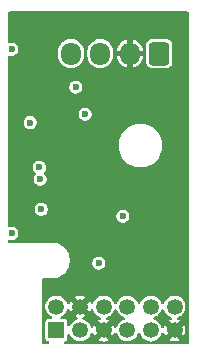
<source format=gbr>
%TF.GenerationSoftware,KiCad,Pcbnew,9.0.6*%
%TF.CreationDate,2025-12-29T21:28:49-05:00*%
%TF.ProjectId,plimsoll,706c696d-736f-46c6-9c2e-6b696361645f,rev?*%
%TF.SameCoordinates,Original*%
%TF.FileFunction,Copper,L3,Inr*%
%TF.FilePolarity,Positive*%
%FSLAX46Y46*%
G04 Gerber Fmt 4.6, Leading zero omitted, Abs format (unit mm)*
G04 Created by KiCad (PCBNEW 9.0.6) date 2025-12-29 21:28:49*
%MOMM*%
%LPD*%
G01*
G04 APERTURE LIST*
G04 Aperture macros list*
%AMRoundRect*
0 Rectangle with rounded corners*
0 $1 Rounding radius*
0 $2 $3 $4 $5 $6 $7 $8 $9 X,Y pos of 4 corners*
0 Add a 4 corners polygon primitive as box body*
4,1,4,$2,$3,$4,$5,$6,$7,$8,$9,$2,$3,0*
0 Add four circle primitives for the rounded corners*
1,1,$1+$1,$2,$3*
1,1,$1+$1,$4,$5*
1,1,$1+$1,$6,$7*
1,1,$1+$1,$8,$9*
0 Add four rect primitives between the rounded corners*
20,1,$1+$1,$2,$3,$4,$5,0*
20,1,$1+$1,$4,$5,$6,$7,0*
20,1,$1+$1,$6,$7,$8,$9,0*
20,1,$1+$1,$8,$9,$2,$3,0*%
G04 Aperture macros list end*
%TA.AperFunction,ComponentPad*%
%ADD10RoundRect,0.250000X0.600000X0.725000X-0.600000X0.725000X-0.600000X-0.725000X0.600000X-0.725000X0*%
%TD*%
%TA.AperFunction,ComponentPad*%
%ADD11O,1.700000X1.950000*%
%TD*%
%TA.AperFunction,ComponentPad*%
%ADD12R,1.350000X1.350000*%
%TD*%
%TA.AperFunction,ComponentPad*%
%ADD13C,1.350000*%
%TD*%
%TA.AperFunction,ViaPad*%
%ADD14C,0.600000*%
%TD*%
G04 APERTURE END LIST*
D10*
%TO.N,+3.3VADC*%
%TO.C,J3*%
X38200000Y-24060000D03*
D11*
%TO.N,GND*%
X35700000Y-24060000D03*
%TO.N,/Signal-*%
X33200000Y-24060000D03*
%TO.N,/Signal+*%
X30700000Y-24060000D03*
%TD*%
D12*
%TO.N,VBUS*%
%TO.C,J1*%
X29480000Y-47480000D03*
D13*
%TO.N,+3V3*%
X29480000Y-45480000D03*
%TO.N,/B6*%
X31480000Y-47480000D03*
%TO.N,GND*%
X31480000Y-45480000D03*
X33480000Y-47480000D03*
%TO.N,/B5*%
X33480000Y-45480000D03*
%TO.N,/D2*%
X35480000Y-47480000D03*
%TO.N,/B4*%
X35480000Y-45480000D03*
%TO.N,/D3*%
X37480000Y-47480000D03*
%TO.N,/B3*%
X37480000Y-45480000D03*
%TO.N,GND*%
X39480000Y-47480000D03*
%TO.N,/C13*%
X39480000Y-45480000D03*
%TD*%
D14*
%TO.N,GND*%
X32850000Y-21500000D03*
X32750000Y-43500000D03*
X35150000Y-35700000D03*
X40200000Y-35050000D03*
X29850000Y-43250000D03*
X30150000Y-38550000D03*
X40100000Y-27650000D03*
X40300000Y-40650000D03*
X40000000Y-21600000D03*
X28250000Y-38500000D03*
X28950000Y-25250000D03*
X26357291Y-28160000D03*
X33400000Y-34000000D03*
X38100000Y-35600000D03*
X30099265Y-34400735D03*
X28900000Y-21450000D03*
%TO.N,VBUS*%
X33050000Y-41800000D03*
%TO.N,+3.3VADC*%
X35115000Y-37840000D03*
%TO.N,+3V3*%
X25700000Y-39292898D03*
X25700000Y-23700000D03*
%TO.N,Net-(U6-INA-)*%
X31100000Y-26900000D03*
%TO.N,Net-(U6-INA+)*%
X31900000Y-29200000D03*
%TO.N,/B4*%
X28100000Y-34700000D03*
%TO.N,Net-(U6-XI)*%
X27250000Y-29900000D03*
X28200000Y-37250000D03*
%TO.N,/B3*%
X28042908Y-33707092D03*
%TD*%
%TA.AperFunction,Conductor*%
%TO.N,GND*%
G36*
X40642539Y-20520185D02*
G01*
X40688294Y-20572989D01*
X40699500Y-20624500D01*
X40699500Y-48525500D01*
X40679815Y-48592539D01*
X40627011Y-48638294D01*
X40575500Y-48649500D01*
X37603477Y-48649500D01*
X37536438Y-48629815D01*
X37490683Y-48577011D01*
X37480739Y-48507853D01*
X37509764Y-48444297D01*
X37568542Y-48406523D01*
X37579285Y-48403883D01*
X37693070Y-48381248D01*
X37749958Y-48369933D01*
X37918389Y-48300167D01*
X37918391Y-48300166D01*
X37993672Y-48249864D01*
X38069972Y-48198883D01*
X38198883Y-48069972D01*
X38289103Y-47934948D01*
X38300166Y-47918391D01*
X38300168Y-47918387D01*
X38365709Y-47760156D01*
X38409550Y-47705752D01*
X38475844Y-47683687D01*
X38543543Y-47700966D01*
X38591154Y-47752103D01*
X38594831Y-47760156D01*
X38660271Y-47918145D01*
X38671498Y-47934947D01*
X39080000Y-47526445D01*
X39080000Y-47532661D01*
X39107259Y-47634394D01*
X39159920Y-47725606D01*
X39234394Y-47800080D01*
X39325606Y-47852741D01*
X39427339Y-47880000D01*
X39433553Y-47880000D01*
X39025050Y-48288500D01*
X39041849Y-48299725D01*
X39041855Y-48299728D01*
X39210182Y-48369451D01*
X39210194Y-48369454D01*
X39371297Y-48401500D01*
X39588703Y-48401500D01*
X39749805Y-48369454D01*
X39749813Y-48369452D01*
X39918151Y-48299724D01*
X39918154Y-48299723D01*
X39934947Y-48288500D01*
X39934948Y-48288500D01*
X39526448Y-47880000D01*
X39532661Y-47880000D01*
X39634394Y-47852741D01*
X39725606Y-47800080D01*
X39800080Y-47725606D01*
X39852741Y-47634394D01*
X39880000Y-47532661D01*
X39880000Y-47526448D01*
X40288500Y-47934948D01*
X40288500Y-47934947D01*
X40299723Y-47918154D01*
X40299724Y-47918151D01*
X40369452Y-47749813D01*
X40369454Y-47749805D01*
X40404999Y-47571109D01*
X40405000Y-47571106D01*
X40405000Y-47388894D01*
X40404999Y-47388890D01*
X40369454Y-47210194D01*
X40369451Y-47210182D01*
X40299728Y-47041855D01*
X40299725Y-47041849D01*
X40288500Y-47025050D01*
X39880000Y-47433551D01*
X39880000Y-47427339D01*
X39852741Y-47325606D01*
X39800080Y-47234394D01*
X39725606Y-47159920D01*
X39634394Y-47107259D01*
X39532661Y-47080000D01*
X39526447Y-47080000D01*
X39934947Y-46671498D01*
X39918145Y-46660271D01*
X39760156Y-46594831D01*
X39705752Y-46550990D01*
X39683687Y-46484696D01*
X39700966Y-46416997D01*
X39752103Y-46369386D01*
X39760156Y-46365709D01*
X39918387Y-46300168D01*
X39918391Y-46300166D01*
X39993672Y-46249864D01*
X40069972Y-46198883D01*
X40198883Y-46069972D01*
X40289103Y-45934948D01*
X40300166Y-45918391D01*
X40300168Y-45918387D01*
X40349172Y-45800080D01*
X40369933Y-45749958D01*
X40405500Y-45571154D01*
X40405500Y-45388846D01*
X40405500Y-45388843D01*
X40369934Y-45210047D01*
X40369933Y-45210046D01*
X40369933Y-45210042D01*
X40365709Y-45199844D01*
X40300168Y-45041612D01*
X40300166Y-45041608D01*
X40198886Y-44890032D01*
X40198880Y-44890024D01*
X40069975Y-44761119D01*
X40069967Y-44761113D01*
X39918391Y-44659833D01*
X39918387Y-44659831D01*
X39749962Y-44590068D01*
X39749952Y-44590065D01*
X39571156Y-44554500D01*
X39571154Y-44554500D01*
X39388846Y-44554500D01*
X39388844Y-44554500D01*
X39210047Y-44590065D01*
X39210037Y-44590068D01*
X39041612Y-44659831D01*
X39041608Y-44659833D01*
X38890032Y-44761113D01*
X38890024Y-44761119D01*
X38761119Y-44890024D01*
X38761113Y-44890032D01*
X38659833Y-45041608D01*
X38594561Y-45199192D01*
X38550720Y-45253595D01*
X38484426Y-45275660D01*
X38416727Y-45258381D01*
X38369116Y-45207244D01*
X38365439Y-45199192D01*
X38300166Y-45041608D01*
X38198886Y-44890032D01*
X38198880Y-44890024D01*
X38069975Y-44761119D01*
X38069967Y-44761113D01*
X37918391Y-44659833D01*
X37918387Y-44659831D01*
X37749962Y-44590068D01*
X37749952Y-44590065D01*
X37571156Y-44554500D01*
X37571154Y-44554500D01*
X37388846Y-44554500D01*
X37388844Y-44554500D01*
X37210047Y-44590065D01*
X37210037Y-44590068D01*
X37041612Y-44659831D01*
X37041608Y-44659833D01*
X36890032Y-44761113D01*
X36890024Y-44761119D01*
X36761119Y-44890024D01*
X36761113Y-44890032D01*
X36659833Y-45041608D01*
X36594561Y-45199192D01*
X36550720Y-45253595D01*
X36484426Y-45275660D01*
X36416727Y-45258381D01*
X36369116Y-45207244D01*
X36365439Y-45199192D01*
X36300166Y-45041608D01*
X36198886Y-44890032D01*
X36198880Y-44890024D01*
X36069975Y-44761119D01*
X36069967Y-44761113D01*
X35918391Y-44659833D01*
X35918387Y-44659831D01*
X35749962Y-44590068D01*
X35749952Y-44590065D01*
X35571156Y-44554500D01*
X35571154Y-44554500D01*
X35388846Y-44554500D01*
X35388844Y-44554500D01*
X35210047Y-44590065D01*
X35210037Y-44590068D01*
X35041612Y-44659831D01*
X35041608Y-44659833D01*
X34890032Y-44761113D01*
X34890024Y-44761119D01*
X34761119Y-44890024D01*
X34761113Y-44890032D01*
X34659833Y-45041608D01*
X34594561Y-45199192D01*
X34550720Y-45253595D01*
X34484426Y-45275660D01*
X34416727Y-45258381D01*
X34369116Y-45207244D01*
X34365439Y-45199192D01*
X34300166Y-45041608D01*
X34198886Y-44890032D01*
X34198880Y-44890024D01*
X34069975Y-44761119D01*
X34069967Y-44761113D01*
X33918391Y-44659833D01*
X33918387Y-44659831D01*
X33749962Y-44590068D01*
X33749952Y-44590065D01*
X33571156Y-44554500D01*
X33571154Y-44554500D01*
X33388846Y-44554500D01*
X33388844Y-44554500D01*
X33210047Y-44590065D01*
X33210037Y-44590068D01*
X33041612Y-44659831D01*
X33041608Y-44659833D01*
X32890032Y-44761113D01*
X32890024Y-44761119D01*
X32761119Y-44890024D01*
X32761113Y-44890032D01*
X32659833Y-45041608D01*
X32659833Y-45041609D01*
X32594290Y-45199844D01*
X32550449Y-45254247D01*
X32484154Y-45276312D01*
X32416455Y-45259033D01*
X32368845Y-45207895D01*
X32365168Y-45199843D01*
X32299728Y-45041855D01*
X32299725Y-45041849D01*
X32288500Y-45025050D01*
X31880000Y-45433551D01*
X31880000Y-45427339D01*
X31852741Y-45325606D01*
X31800080Y-45234394D01*
X31725606Y-45159920D01*
X31634394Y-45107259D01*
X31532661Y-45080000D01*
X31526447Y-45080000D01*
X31934947Y-44671498D01*
X31918145Y-44660271D01*
X31749817Y-44590548D01*
X31749805Y-44590545D01*
X31571109Y-44555000D01*
X31388890Y-44555000D01*
X31210194Y-44590545D01*
X31210186Y-44590547D01*
X31041848Y-44660274D01*
X31025050Y-44671498D01*
X31433554Y-45080000D01*
X31427339Y-45080000D01*
X31325606Y-45107259D01*
X31234394Y-45159920D01*
X31159920Y-45234394D01*
X31107259Y-45325606D01*
X31080000Y-45427339D01*
X31080000Y-45433552D01*
X30671498Y-45025050D01*
X30660274Y-45041849D01*
X30594831Y-45199844D01*
X30550990Y-45254247D01*
X30484696Y-45276312D01*
X30416996Y-45259033D01*
X30369386Y-45207895D01*
X30365709Y-45199843D01*
X30300168Y-45041612D01*
X30300166Y-45041608D01*
X30198886Y-44890032D01*
X30198880Y-44890024D01*
X30069975Y-44761119D01*
X30069967Y-44761113D01*
X29918391Y-44659833D01*
X29918387Y-44659831D01*
X29749962Y-44590068D01*
X29749952Y-44590065D01*
X29571156Y-44554500D01*
X29571154Y-44554500D01*
X29388846Y-44554500D01*
X29388844Y-44554500D01*
X29210047Y-44590065D01*
X29210037Y-44590068D01*
X29041612Y-44659831D01*
X29041608Y-44659833D01*
X28890032Y-44761113D01*
X28890024Y-44761119D01*
X28761119Y-44890024D01*
X28761113Y-44890032D01*
X28659833Y-45041608D01*
X28659831Y-45041612D01*
X28590068Y-45210037D01*
X28590065Y-45210047D01*
X28554500Y-45388843D01*
X28554500Y-45388846D01*
X28554500Y-45571154D01*
X28554500Y-45571156D01*
X28554499Y-45571156D01*
X28590065Y-45749952D01*
X28590068Y-45749962D01*
X28659831Y-45918387D01*
X28659833Y-45918391D01*
X28761113Y-46069967D01*
X28761119Y-46069975D01*
X28890024Y-46198880D01*
X28890032Y-46198886D01*
X29041608Y-46300166D01*
X29041612Y-46300168D01*
X29079687Y-46315939D01*
X29134091Y-46359780D01*
X29156156Y-46426074D01*
X29138877Y-46493773D01*
X29087740Y-46541384D01*
X29032235Y-46554500D01*
X28780323Y-46554500D01*
X28707264Y-46569032D01*
X28707260Y-46569033D01*
X28624399Y-46624399D01*
X28569033Y-46707260D01*
X28569032Y-46707264D01*
X28554500Y-46780321D01*
X28554500Y-48179678D01*
X28569032Y-48252735D01*
X28569033Y-48252739D01*
X28569034Y-48252740D01*
X28624399Y-48335601D01*
X28675783Y-48369934D01*
X28707260Y-48390966D01*
X28707263Y-48390967D01*
X28772194Y-48403883D01*
X28834105Y-48436268D01*
X28868679Y-48496984D01*
X28864939Y-48566753D01*
X28824072Y-48623425D01*
X28759054Y-48649007D01*
X28748002Y-48649500D01*
X28394500Y-48649500D01*
X28327461Y-48629815D01*
X28281706Y-48577011D01*
X28270500Y-48525500D01*
X28270500Y-43184428D01*
X28290185Y-43117389D01*
X28342989Y-43071634D01*
X28394481Y-43060428D01*
X29146692Y-43060344D01*
X29255062Y-43060405D01*
X29255062Y-43060404D01*
X29255064Y-43060405D01*
X29353777Y-43044826D01*
X29485237Y-43024081D01*
X29706895Y-42952197D01*
X29914580Y-42846524D01*
X30103176Y-42709662D01*
X30268041Y-42544982D01*
X30405114Y-42356539D01*
X30511020Y-42148973D01*
X30583153Y-41927395D01*
X30614924Y-41727525D01*
X32499500Y-41727525D01*
X32499500Y-41872475D01*
X32537016Y-42012485D01*
X32537017Y-42012488D01*
X32609488Y-42138011D01*
X32609490Y-42138013D01*
X32609491Y-42138015D01*
X32711985Y-42240509D01*
X32711986Y-42240510D01*
X32711988Y-42240511D01*
X32837511Y-42312982D01*
X32837512Y-42312982D01*
X32837515Y-42312984D01*
X32977525Y-42350500D01*
X32977528Y-42350500D01*
X33122472Y-42350500D01*
X33122475Y-42350500D01*
X33262485Y-42312984D01*
X33388015Y-42240509D01*
X33490509Y-42138015D01*
X33562984Y-42012485D01*
X33600500Y-41872475D01*
X33600500Y-41727525D01*
X33562984Y-41587515D01*
X33558754Y-41580189D01*
X33490511Y-41461988D01*
X33490506Y-41461982D01*
X33388017Y-41359493D01*
X33388011Y-41359488D01*
X33262488Y-41287017D01*
X33262489Y-41287017D01*
X33251006Y-41283940D01*
X33122475Y-41249500D01*
X32977525Y-41249500D01*
X32848993Y-41283940D01*
X32837511Y-41287017D01*
X32711988Y-41359488D01*
X32711982Y-41359493D01*
X32609493Y-41461982D01*
X32609488Y-41461988D01*
X32537017Y-41587511D01*
X32537016Y-41587515D01*
X32499500Y-41727525D01*
X30614924Y-41727525D01*
X30619735Y-41697262D01*
X30619865Y-41464239D01*
X30619509Y-41461985D01*
X30583543Y-41234070D01*
X30583542Y-41234069D01*
X30583542Y-41234064D01*
X30511658Y-41012405D01*
X30511656Y-41012402D01*
X30511656Y-41012400D01*
X30511656Y-41012399D01*
X30441208Y-40873949D01*
X30405984Y-40804721D01*
X30269122Y-40616125D01*
X30104442Y-40451260D01*
X30104438Y-40451257D01*
X29915998Y-40314185D01*
X29708438Y-40208282D01*
X29708437Y-40208281D01*
X29708434Y-40208280D01*
X29708425Y-40208277D01*
X29486861Y-40136147D01*
X29359003Y-40115823D01*
X29256722Y-40099565D01*
X29256568Y-40099564D01*
X29214094Y-40099540D01*
X29214094Y-40099539D01*
X29205953Y-40099534D01*
X29205822Y-40099500D01*
X29140214Y-40099500D01*
X29140211Y-40099500D01*
X29066557Y-40099458D01*
X29065920Y-40099500D01*
X25524500Y-40099500D01*
X25457461Y-40079815D01*
X25411706Y-40027011D01*
X25400500Y-39975500D01*
X25400500Y-39944166D01*
X25420185Y-39877127D01*
X25472989Y-39831372D01*
X25542147Y-39821428D01*
X25556580Y-39824388D01*
X25627525Y-39843398D01*
X25627528Y-39843398D01*
X25772472Y-39843398D01*
X25772475Y-39843398D01*
X25912485Y-39805882D01*
X26038015Y-39733407D01*
X26140509Y-39630913D01*
X26212984Y-39505383D01*
X26250500Y-39365373D01*
X26250500Y-39220423D01*
X26212984Y-39080413D01*
X26140509Y-38954883D01*
X26038015Y-38852389D01*
X26038013Y-38852388D01*
X26038011Y-38852386D01*
X25912488Y-38779915D01*
X25912489Y-38779915D01*
X25901006Y-38776838D01*
X25772475Y-38742398D01*
X25627525Y-38742398D01*
X25556593Y-38761404D01*
X25486743Y-38759741D01*
X25428881Y-38720578D01*
X25401377Y-38656349D01*
X25400500Y-38641629D01*
X25400500Y-37177525D01*
X27649500Y-37177525D01*
X27649500Y-37322475D01*
X27687016Y-37462485D01*
X27687017Y-37462488D01*
X27759488Y-37588011D01*
X27759490Y-37588013D01*
X27759491Y-37588015D01*
X27861985Y-37690509D01*
X27861986Y-37690510D01*
X27861988Y-37690511D01*
X27987511Y-37762982D01*
X27987512Y-37762982D01*
X27987515Y-37762984D01*
X28127525Y-37800500D01*
X28127528Y-37800500D01*
X28272472Y-37800500D01*
X28272475Y-37800500D01*
X28395538Y-37767525D01*
X34564500Y-37767525D01*
X34564500Y-37912475D01*
X34602016Y-38052485D01*
X34602017Y-38052488D01*
X34674488Y-38178011D01*
X34674490Y-38178013D01*
X34674491Y-38178015D01*
X34776985Y-38280509D01*
X34776986Y-38280510D01*
X34776988Y-38280511D01*
X34902511Y-38352982D01*
X34902512Y-38352982D01*
X34902515Y-38352984D01*
X35042525Y-38390500D01*
X35042528Y-38390500D01*
X35187472Y-38390500D01*
X35187475Y-38390500D01*
X35327485Y-38352984D01*
X35453015Y-38280509D01*
X35555509Y-38178015D01*
X35627984Y-38052485D01*
X35665500Y-37912475D01*
X35665500Y-37767525D01*
X35627984Y-37627515D01*
X35605176Y-37588011D01*
X35555511Y-37501988D01*
X35555506Y-37501982D01*
X35453017Y-37399493D01*
X35453011Y-37399488D01*
X35327488Y-37327017D01*
X35327489Y-37327017D01*
X35310527Y-37322472D01*
X35187475Y-37289500D01*
X35042525Y-37289500D01*
X34919473Y-37322472D01*
X34902511Y-37327017D01*
X34776988Y-37399488D01*
X34776982Y-37399493D01*
X34674493Y-37501982D01*
X34674488Y-37501988D01*
X34602017Y-37627511D01*
X34602016Y-37627515D01*
X34564500Y-37767525D01*
X28395538Y-37767525D01*
X28412485Y-37762984D01*
X28538015Y-37690509D01*
X28640509Y-37588015D01*
X28712984Y-37462485D01*
X28750500Y-37322475D01*
X28750500Y-37177525D01*
X28712984Y-37037515D01*
X28640509Y-36911985D01*
X28538015Y-36809491D01*
X28538013Y-36809490D01*
X28538011Y-36809488D01*
X28412488Y-36737017D01*
X28412489Y-36737017D01*
X28401006Y-36733940D01*
X28272475Y-36699500D01*
X28127525Y-36699500D01*
X27998993Y-36733940D01*
X27987511Y-36737017D01*
X27861988Y-36809488D01*
X27861982Y-36809493D01*
X27759493Y-36911982D01*
X27759488Y-36911988D01*
X27687017Y-37037511D01*
X27687016Y-37037515D01*
X27649500Y-37177525D01*
X25400500Y-37177525D01*
X25400500Y-33634617D01*
X27492408Y-33634617D01*
X27492408Y-33779567D01*
X27529924Y-33919577D01*
X27529925Y-33919580D01*
X27602396Y-34045103D01*
X27602401Y-34045109D01*
X27701703Y-34144411D01*
X27735188Y-34205734D01*
X27730204Y-34275426D01*
X27701703Y-34319773D01*
X27659493Y-34361982D01*
X27659488Y-34361988D01*
X27587017Y-34487511D01*
X27587016Y-34487515D01*
X27549500Y-34627525D01*
X27549500Y-34772475D01*
X27587016Y-34912485D01*
X27587017Y-34912488D01*
X27659488Y-35038011D01*
X27659490Y-35038013D01*
X27659491Y-35038015D01*
X27761985Y-35140509D01*
X27761986Y-35140510D01*
X27761988Y-35140511D01*
X27887511Y-35212982D01*
X27887512Y-35212982D01*
X27887515Y-35212984D01*
X28027525Y-35250500D01*
X28027528Y-35250500D01*
X28172472Y-35250500D01*
X28172475Y-35250500D01*
X28312485Y-35212984D01*
X28438015Y-35140509D01*
X28540509Y-35038015D01*
X28612984Y-34912485D01*
X28650500Y-34772475D01*
X28650500Y-34627525D01*
X28612984Y-34487515D01*
X28540509Y-34361985D01*
X28441205Y-34262681D01*
X28407720Y-34201358D01*
X28412704Y-34131666D01*
X28441205Y-34087319D01*
X28483417Y-34045107D01*
X28555892Y-33919577D01*
X28593408Y-33779567D01*
X28593408Y-33634617D01*
X28555892Y-33494607D01*
X28490671Y-33381642D01*
X28483419Y-33369080D01*
X28483414Y-33369074D01*
X28380925Y-33266585D01*
X28380919Y-33266580D01*
X28255396Y-33194109D01*
X28255397Y-33194109D01*
X28243914Y-33191032D01*
X28115383Y-33156592D01*
X27970433Y-33156592D01*
X27841901Y-33191032D01*
X27830419Y-33194109D01*
X27704896Y-33266580D01*
X27704890Y-33266585D01*
X27602401Y-33369074D01*
X27602396Y-33369080D01*
X27529925Y-33494603D01*
X27529924Y-33494607D01*
X27492408Y-33634617D01*
X25400500Y-33634617D01*
X25400500Y-31718417D01*
X34749500Y-31718417D01*
X34749500Y-31960994D01*
X34781161Y-32201491D01*
X34843947Y-32435810D01*
X34936773Y-32659911D01*
X34936776Y-32659918D01*
X35058064Y-32869995D01*
X35058066Y-32869998D01*
X35058067Y-32869999D01*
X35205733Y-33062442D01*
X35205739Y-33062449D01*
X35377256Y-33233966D01*
X35377262Y-33233971D01*
X35569711Y-33381642D01*
X35779788Y-33502930D01*
X36003900Y-33595760D01*
X36238211Y-33658544D01*
X36418586Y-33682290D01*
X36478711Y-33690206D01*
X36478712Y-33690206D01*
X36721289Y-33690206D01*
X36769388Y-33683873D01*
X36961789Y-33658544D01*
X37196100Y-33595760D01*
X37420212Y-33502930D01*
X37630289Y-33381642D01*
X37822738Y-33233971D01*
X37994265Y-33062444D01*
X38141936Y-32869995D01*
X38263224Y-32659918D01*
X38356054Y-32435806D01*
X38418838Y-32201495D01*
X38450500Y-31960994D01*
X38450500Y-31718418D01*
X38418838Y-31477917D01*
X38356054Y-31243606D01*
X38263224Y-31019494D01*
X38141936Y-30809417D01*
X37994265Y-30616968D01*
X37994260Y-30616962D01*
X37822743Y-30445445D01*
X37822736Y-30445439D01*
X37630293Y-30297773D01*
X37630292Y-30297772D01*
X37630289Y-30297770D01*
X37420212Y-30176482D01*
X37420205Y-30176479D01*
X37196104Y-30083653D01*
X36961785Y-30020867D01*
X36721289Y-29989206D01*
X36721288Y-29989206D01*
X36478712Y-29989206D01*
X36478711Y-29989206D01*
X36238214Y-30020867D01*
X36003895Y-30083653D01*
X35779794Y-30176479D01*
X35779785Y-30176483D01*
X35569706Y-30297773D01*
X35377263Y-30445439D01*
X35377256Y-30445445D01*
X35205739Y-30616962D01*
X35205733Y-30616969D01*
X35058067Y-30809412D01*
X34936777Y-31019491D01*
X34936773Y-31019500D01*
X34843947Y-31243601D01*
X34781161Y-31477920D01*
X34749500Y-31718417D01*
X25400500Y-31718417D01*
X25400500Y-29827525D01*
X26699500Y-29827525D01*
X26699500Y-29972475D01*
X26737016Y-30112485D01*
X26737017Y-30112488D01*
X26809488Y-30238011D01*
X26809490Y-30238013D01*
X26809491Y-30238015D01*
X26911985Y-30340509D01*
X26911986Y-30340510D01*
X26911988Y-30340511D01*
X27037511Y-30412982D01*
X27037512Y-30412982D01*
X27037515Y-30412984D01*
X27177525Y-30450500D01*
X27177528Y-30450500D01*
X27322472Y-30450500D01*
X27322475Y-30450500D01*
X27462485Y-30412984D01*
X27588015Y-30340509D01*
X27690509Y-30238015D01*
X27762984Y-30112485D01*
X27800500Y-29972475D01*
X27800500Y-29827525D01*
X27762984Y-29687515D01*
X27735843Y-29640506D01*
X27690511Y-29561988D01*
X27690506Y-29561982D01*
X27588017Y-29459493D01*
X27588011Y-29459488D01*
X27462488Y-29387017D01*
X27462489Y-29387017D01*
X27451006Y-29383940D01*
X27322475Y-29349500D01*
X27177525Y-29349500D01*
X27048993Y-29383940D01*
X27037511Y-29387017D01*
X26911988Y-29459488D01*
X26911982Y-29459493D01*
X26809493Y-29561982D01*
X26809488Y-29561988D01*
X26737017Y-29687511D01*
X26737016Y-29687515D01*
X26699500Y-29827525D01*
X25400500Y-29827525D01*
X25400500Y-29127525D01*
X31349500Y-29127525D01*
X31349500Y-29272475D01*
X31370139Y-29349500D01*
X31387017Y-29412488D01*
X31459488Y-29538011D01*
X31459490Y-29538013D01*
X31459491Y-29538015D01*
X31561985Y-29640509D01*
X31561986Y-29640510D01*
X31561988Y-29640511D01*
X31687511Y-29712982D01*
X31687512Y-29712982D01*
X31687515Y-29712984D01*
X31827525Y-29750500D01*
X31827528Y-29750500D01*
X31972472Y-29750500D01*
X31972475Y-29750500D01*
X32112485Y-29712984D01*
X32238015Y-29640509D01*
X32340509Y-29538015D01*
X32412984Y-29412485D01*
X32450500Y-29272475D01*
X32450500Y-29127525D01*
X32412984Y-28987515D01*
X32340509Y-28861985D01*
X32238015Y-28759491D01*
X32238013Y-28759490D01*
X32238011Y-28759488D01*
X32112488Y-28687017D01*
X32112489Y-28687017D01*
X32101006Y-28683940D01*
X31972475Y-28649500D01*
X31827525Y-28649500D01*
X31698993Y-28683940D01*
X31687511Y-28687017D01*
X31561988Y-28759488D01*
X31561982Y-28759493D01*
X31459493Y-28861982D01*
X31459488Y-28861988D01*
X31387017Y-28987511D01*
X31387016Y-28987515D01*
X31349500Y-29127525D01*
X25400500Y-29127525D01*
X25400500Y-26827525D01*
X30549500Y-26827525D01*
X30549500Y-26972475D01*
X30587016Y-27112485D01*
X30587017Y-27112488D01*
X30659488Y-27238011D01*
X30659490Y-27238013D01*
X30659491Y-27238015D01*
X30761985Y-27340509D01*
X30761986Y-27340510D01*
X30761988Y-27340511D01*
X30887511Y-27412982D01*
X30887512Y-27412982D01*
X30887515Y-27412984D01*
X31027525Y-27450500D01*
X31027528Y-27450500D01*
X31172472Y-27450500D01*
X31172475Y-27450500D01*
X31312485Y-27412984D01*
X31438015Y-27340509D01*
X31540509Y-27238015D01*
X31612984Y-27112485D01*
X31650500Y-26972475D01*
X31650500Y-26827525D01*
X31612984Y-26687515D01*
X31540509Y-26561985D01*
X31438015Y-26459491D01*
X31438013Y-26459490D01*
X31438011Y-26459488D01*
X31312488Y-26387017D01*
X31312489Y-26387017D01*
X31301006Y-26383940D01*
X31172475Y-26349500D01*
X31027525Y-26349500D01*
X30898993Y-26383940D01*
X30887511Y-26387017D01*
X30761988Y-26459488D01*
X30761982Y-26459493D01*
X30659493Y-26561982D01*
X30659488Y-26561988D01*
X30587017Y-26687511D01*
X30587016Y-26687515D01*
X30549500Y-26827525D01*
X25400500Y-26827525D01*
X25400500Y-24351268D01*
X25420185Y-24284229D01*
X25472989Y-24238474D01*
X25542147Y-24228530D01*
X25556580Y-24231490D01*
X25627525Y-24250500D01*
X25627528Y-24250500D01*
X25772472Y-24250500D01*
X25772475Y-24250500D01*
X25912485Y-24212984D01*
X26038015Y-24140509D01*
X26140509Y-24038015D01*
X26212984Y-23912485D01*
X26230159Y-23848389D01*
X29599500Y-23848389D01*
X29599500Y-24271611D01*
X29605580Y-24310000D01*
X29626579Y-24442585D01*
X29626598Y-24442701D01*
X29680127Y-24607445D01*
X29758768Y-24761788D01*
X29860586Y-24901928D01*
X29983072Y-25024414D01*
X30123212Y-25126232D01*
X30277555Y-25204873D01*
X30442299Y-25258402D01*
X30613389Y-25285500D01*
X30613390Y-25285500D01*
X30786610Y-25285500D01*
X30786611Y-25285500D01*
X30957701Y-25258402D01*
X31122445Y-25204873D01*
X31276788Y-25126232D01*
X31416928Y-25024414D01*
X31539414Y-24901928D01*
X31641232Y-24761788D01*
X31719873Y-24607445D01*
X31773402Y-24442701D01*
X31800500Y-24271611D01*
X31800500Y-23848389D01*
X32099500Y-23848389D01*
X32099500Y-24271611D01*
X32105580Y-24310000D01*
X32126579Y-24442585D01*
X32126598Y-24442701D01*
X32180127Y-24607445D01*
X32258768Y-24761788D01*
X32360586Y-24901928D01*
X32483072Y-25024414D01*
X32623212Y-25126232D01*
X32777555Y-25204873D01*
X32942299Y-25258402D01*
X33113389Y-25285500D01*
X33113390Y-25285500D01*
X33286610Y-25285500D01*
X33286611Y-25285500D01*
X33457701Y-25258402D01*
X33622445Y-25204873D01*
X33776788Y-25126232D01*
X33916928Y-25024414D01*
X34039414Y-24901928D01*
X34141232Y-24761788D01*
X34219873Y-24607445D01*
X34273402Y-24442701D01*
X34300500Y-24271611D01*
X34300500Y-23848389D01*
X34294420Y-23810000D01*
X34606086Y-23810000D01*
X35295854Y-23810000D01*
X35257370Y-23876657D01*
X35225000Y-23997465D01*
X35225000Y-24122535D01*
X35257370Y-24243343D01*
X35295854Y-24310000D01*
X34606086Y-24310000D01*
X34627086Y-24442585D01*
X34680591Y-24607257D01*
X34759195Y-24761524D01*
X34860967Y-24901602D01*
X34983397Y-25024032D01*
X35123475Y-25125804D01*
X35277744Y-25204408D01*
X35442415Y-25257914D01*
X35442414Y-25257914D01*
X35449999Y-25259115D01*
X35450000Y-25259114D01*
X35450000Y-24464145D01*
X35516657Y-24502630D01*
X35637465Y-24535000D01*
X35762535Y-24535000D01*
X35883343Y-24502630D01*
X35950000Y-24464145D01*
X35950000Y-25259115D01*
X35957584Y-25257914D01*
X36122255Y-25204408D01*
X36276524Y-25125804D01*
X36416602Y-25024032D01*
X36539032Y-24901602D01*
X36640804Y-24761524D01*
X36719408Y-24607257D01*
X36772913Y-24442585D01*
X36793914Y-24310000D01*
X36104146Y-24310000D01*
X36142630Y-24243343D01*
X36175000Y-24122535D01*
X36175000Y-23997465D01*
X36142630Y-23876657D01*
X36104146Y-23810000D01*
X36793914Y-23810000D01*
X36772913Y-23677414D01*
X36719408Y-23512742D01*
X36640802Y-23358471D01*
X36639505Y-23356686D01*
X36639504Y-23356685D01*
X36588973Y-23287135D01*
X37099500Y-23287135D01*
X37099500Y-24832870D01*
X37099501Y-24832876D01*
X37105908Y-24892483D01*
X37156202Y-25027328D01*
X37156206Y-25027335D01*
X37242452Y-25142544D01*
X37242455Y-25142547D01*
X37357664Y-25228793D01*
X37357671Y-25228797D01*
X37492517Y-25279091D01*
X37492516Y-25279091D01*
X37499444Y-25279835D01*
X37552127Y-25285500D01*
X38847872Y-25285499D01*
X38907483Y-25279091D01*
X39042331Y-25228796D01*
X39157546Y-25142546D01*
X39243796Y-25027331D01*
X39294091Y-24892483D01*
X39300500Y-24832873D01*
X39300499Y-23287128D01*
X39294091Y-23227517D01*
X39290690Y-23218399D01*
X39243797Y-23092671D01*
X39243793Y-23092664D01*
X39157547Y-22977455D01*
X39157544Y-22977452D01*
X39042335Y-22891206D01*
X39042328Y-22891202D01*
X38907482Y-22840908D01*
X38907483Y-22840908D01*
X38847883Y-22834501D01*
X38847881Y-22834500D01*
X38847873Y-22834500D01*
X38847864Y-22834500D01*
X37552129Y-22834500D01*
X37552123Y-22834501D01*
X37492516Y-22840908D01*
X37357671Y-22891202D01*
X37357664Y-22891206D01*
X37242455Y-22977452D01*
X37242452Y-22977455D01*
X37156206Y-23092664D01*
X37156202Y-23092671D01*
X37105908Y-23227517D01*
X37102471Y-23259491D01*
X37099501Y-23287123D01*
X37099500Y-23287135D01*
X36588973Y-23287135D01*
X36539038Y-23218404D01*
X36539034Y-23218399D01*
X36416602Y-23095967D01*
X36276524Y-22994195D01*
X36122257Y-22915591D01*
X35957589Y-22862087D01*
X35957581Y-22862085D01*
X35950000Y-22860884D01*
X35950000Y-23655854D01*
X35883343Y-23617370D01*
X35762535Y-23585000D01*
X35637465Y-23585000D01*
X35516657Y-23617370D01*
X35450000Y-23655854D01*
X35450000Y-22860884D01*
X35449999Y-22860884D01*
X35442418Y-22862085D01*
X35442410Y-22862087D01*
X35277742Y-22915591D01*
X35123475Y-22994195D01*
X34983397Y-23095967D01*
X34860967Y-23218397D01*
X34759195Y-23358475D01*
X34680591Y-23512742D01*
X34627086Y-23677414D01*
X34606086Y-23810000D01*
X34294420Y-23810000D01*
X34273402Y-23677299D01*
X34219873Y-23512555D01*
X34141232Y-23358212D01*
X34039414Y-23218072D01*
X33916928Y-23095586D01*
X33776788Y-22993768D01*
X33622445Y-22915127D01*
X33457701Y-22861598D01*
X33457699Y-22861597D01*
X33457698Y-22861597D01*
X33326271Y-22840781D01*
X33286611Y-22834500D01*
X33113389Y-22834500D01*
X33073728Y-22840781D01*
X32942302Y-22861597D01*
X32777552Y-22915128D01*
X32623211Y-22993768D01*
X32547562Y-23048731D01*
X32483072Y-23095586D01*
X32483070Y-23095588D01*
X32483069Y-23095588D01*
X32360588Y-23218069D01*
X32360588Y-23218070D01*
X32360586Y-23218072D01*
X32330493Y-23259491D01*
X32258768Y-23358211D01*
X32180128Y-23512552D01*
X32126597Y-23677302D01*
X32105580Y-23810000D01*
X32099500Y-23848389D01*
X31800500Y-23848389D01*
X31773402Y-23677299D01*
X31719873Y-23512555D01*
X31641232Y-23358212D01*
X31539414Y-23218072D01*
X31416928Y-23095586D01*
X31276788Y-22993768D01*
X31122445Y-22915127D01*
X30957701Y-22861598D01*
X30957699Y-22861597D01*
X30957698Y-22861597D01*
X30826271Y-22840781D01*
X30786611Y-22834500D01*
X30613389Y-22834500D01*
X30573728Y-22840781D01*
X30442302Y-22861597D01*
X30277552Y-22915128D01*
X30123211Y-22993768D01*
X30047562Y-23048731D01*
X29983072Y-23095586D01*
X29983070Y-23095588D01*
X29983069Y-23095588D01*
X29860588Y-23218069D01*
X29860588Y-23218070D01*
X29860586Y-23218072D01*
X29830493Y-23259491D01*
X29758768Y-23358211D01*
X29680128Y-23512552D01*
X29626597Y-23677302D01*
X29605580Y-23810000D01*
X29599500Y-23848389D01*
X26230159Y-23848389D01*
X26250500Y-23772475D01*
X26250500Y-23627525D01*
X26212984Y-23487515D01*
X26140509Y-23361985D01*
X26038015Y-23259491D01*
X26038013Y-23259490D01*
X26038011Y-23259488D01*
X25912488Y-23187017D01*
X25912489Y-23187017D01*
X25901006Y-23183940D01*
X25772475Y-23149500D01*
X25627525Y-23149500D01*
X25556593Y-23168506D01*
X25486743Y-23166843D01*
X25428881Y-23127680D01*
X25401377Y-23063451D01*
X25400500Y-23048731D01*
X25400500Y-20624500D01*
X25420185Y-20557461D01*
X25472989Y-20511706D01*
X25524500Y-20500500D01*
X40575500Y-20500500D01*
X40642539Y-20520185D01*
G37*
%TD.AperFunction*%
%TA.AperFunction,Conductor*%
G36*
X33080000Y-47532661D02*
G01*
X33107259Y-47634394D01*
X33159920Y-47725606D01*
X33234394Y-47800080D01*
X33325606Y-47852741D01*
X33427339Y-47880000D01*
X33433553Y-47880000D01*
X33025050Y-48288500D01*
X33041849Y-48299725D01*
X33041855Y-48299728D01*
X33210182Y-48369451D01*
X33210194Y-48369454D01*
X33383277Y-48403883D01*
X33445188Y-48436268D01*
X33479762Y-48496983D01*
X33479312Y-48505363D01*
X33507201Y-48444297D01*
X33565979Y-48406523D01*
X33576723Y-48403883D01*
X33749805Y-48369454D01*
X33749813Y-48369452D01*
X33918151Y-48299724D01*
X33918154Y-48299723D01*
X33934947Y-48288500D01*
X33934948Y-48288500D01*
X33526448Y-47880000D01*
X33532661Y-47880000D01*
X33634394Y-47852741D01*
X33725606Y-47800080D01*
X33800080Y-47725606D01*
X33852741Y-47634394D01*
X33880000Y-47532661D01*
X33880000Y-47526448D01*
X34288500Y-47934948D01*
X34288500Y-47934947D01*
X34299723Y-47918154D01*
X34299726Y-47918148D01*
X34365168Y-47760156D01*
X34409008Y-47705752D01*
X34475302Y-47683687D01*
X34543002Y-47700966D01*
X34590613Y-47752103D01*
X34594290Y-47760155D01*
X34659833Y-47918390D01*
X34659833Y-47918391D01*
X34761113Y-48069967D01*
X34761119Y-48069975D01*
X34890024Y-48198880D01*
X34890032Y-48198886D01*
X35041608Y-48300166D01*
X35041612Y-48300168D01*
X35210037Y-48369931D01*
X35210042Y-48369933D01*
X35210046Y-48369933D01*
X35210047Y-48369934D01*
X35368735Y-48401500D01*
X35368737Y-48401500D01*
X35388846Y-48405500D01*
X35571154Y-48405500D01*
X35591263Y-48401500D01*
X35591265Y-48401500D01*
X35698417Y-48380185D01*
X35749958Y-48369933D01*
X35918389Y-48300167D01*
X35918391Y-48300166D01*
X35993672Y-48249864D01*
X36069972Y-48198883D01*
X36198883Y-48069972D01*
X36289103Y-47934948D01*
X36300166Y-47918391D01*
X36300168Y-47918387D01*
X36365439Y-47760808D01*
X36409280Y-47706404D01*
X36475574Y-47684339D01*
X36543273Y-47701618D01*
X36590884Y-47752755D01*
X36594561Y-47760808D01*
X36659831Y-47918387D01*
X36659833Y-47918391D01*
X36761113Y-48069967D01*
X36761119Y-48069975D01*
X36890024Y-48198880D01*
X36890032Y-48198886D01*
X37041608Y-48300166D01*
X37041612Y-48300168D01*
X37210037Y-48369931D01*
X37210042Y-48369933D01*
X37210046Y-48369933D01*
X37210047Y-48369934D01*
X37380715Y-48403883D01*
X37442626Y-48436268D01*
X37477200Y-48496984D01*
X37473460Y-48566753D01*
X37432593Y-48623425D01*
X37367575Y-48649007D01*
X37356523Y-48649500D01*
X33600914Y-48649500D01*
X33533875Y-48629815D01*
X33488120Y-48577011D01*
X33478907Y-48512937D01*
X33476023Y-48566753D01*
X33435157Y-48623425D01*
X33370138Y-48649006D01*
X33359086Y-48649500D01*
X30211998Y-48649500D01*
X30144959Y-48629815D01*
X30099204Y-48577011D01*
X30089260Y-48507853D01*
X30118285Y-48444297D01*
X30177063Y-48406523D01*
X30187806Y-48403883D01*
X30252736Y-48390967D01*
X30252737Y-48390966D01*
X30252740Y-48390966D01*
X30335601Y-48335601D01*
X30390966Y-48252740D01*
X30405500Y-48179674D01*
X30405500Y-47927765D01*
X30425185Y-47860726D01*
X30477989Y-47814971D01*
X30547147Y-47805027D01*
X30610703Y-47834052D01*
X30644061Y-47880313D01*
X30659831Y-47918387D01*
X30659833Y-47918391D01*
X30761113Y-48069967D01*
X30761119Y-48069975D01*
X30890024Y-48198880D01*
X30890032Y-48198886D01*
X31041608Y-48300166D01*
X31041612Y-48300168D01*
X31210037Y-48369931D01*
X31210042Y-48369933D01*
X31210046Y-48369933D01*
X31210047Y-48369934D01*
X31368735Y-48401500D01*
X31368737Y-48401500D01*
X31388846Y-48405500D01*
X31571154Y-48405500D01*
X31591263Y-48401500D01*
X31591265Y-48401500D01*
X31698417Y-48380185D01*
X31749958Y-48369933D01*
X31918389Y-48300167D01*
X31918391Y-48300166D01*
X31993672Y-48249864D01*
X32069972Y-48198883D01*
X32198883Y-48069972D01*
X32289103Y-47934948D01*
X32300166Y-47918391D01*
X32300168Y-47918387D01*
X32365709Y-47760156D01*
X32409550Y-47705752D01*
X32475844Y-47683687D01*
X32543543Y-47700966D01*
X32591154Y-47752103D01*
X32594831Y-47760156D01*
X32660271Y-47918145D01*
X32671498Y-47934947D01*
X33080000Y-47526445D01*
X33080000Y-47532661D01*
G37*
%TD.AperFunction*%
%TA.AperFunction,Conductor*%
G36*
X32288500Y-45934948D02*
G01*
X32288500Y-45934947D01*
X32299723Y-45918154D01*
X32299726Y-45918148D01*
X32365168Y-45760156D01*
X32409008Y-45705752D01*
X32475302Y-45683687D01*
X32543002Y-45700966D01*
X32590613Y-45752103D01*
X32594290Y-45760155D01*
X32659833Y-45918390D01*
X32659833Y-45918391D01*
X32761113Y-46069967D01*
X32761119Y-46069975D01*
X32890024Y-46198880D01*
X32890032Y-46198886D01*
X33041608Y-46300166D01*
X33041612Y-46300168D01*
X33199843Y-46365709D01*
X33254247Y-46409550D01*
X33276312Y-46475844D01*
X33259033Y-46543543D01*
X33207896Y-46591154D01*
X33199844Y-46594831D01*
X33041849Y-46660274D01*
X33025050Y-46671498D01*
X33433554Y-47080000D01*
X33427339Y-47080000D01*
X33325606Y-47107259D01*
X33234394Y-47159920D01*
X33159920Y-47234394D01*
X33107259Y-47325606D01*
X33080000Y-47427339D01*
X33080000Y-47433552D01*
X32671498Y-47025050D01*
X32660274Y-47041849D01*
X32594831Y-47199844D01*
X32550990Y-47254247D01*
X32484696Y-47276312D01*
X32416996Y-47259033D01*
X32369386Y-47207895D01*
X32365709Y-47199843D01*
X32300168Y-47041612D01*
X32300166Y-47041608D01*
X32198886Y-46890032D01*
X32198880Y-46890024D01*
X32069975Y-46761119D01*
X32069967Y-46761113D01*
X31918390Y-46659833D01*
X31760155Y-46594290D01*
X31705752Y-46550449D01*
X31683687Y-46484155D01*
X31700966Y-46416455D01*
X31752104Y-46368845D01*
X31760156Y-46365168D01*
X31918148Y-46299726D01*
X31918154Y-46299723D01*
X31934947Y-46288500D01*
X31934948Y-46288500D01*
X31526448Y-45880000D01*
X31532661Y-45880000D01*
X31634394Y-45852741D01*
X31725606Y-45800080D01*
X31800080Y-45725606D01*
X31852741Y-45634394D01*
X31880000Y-45532661D01*
X31880000Y-45526448D01*
X32288500Y-45934948D01*
G37*
%TD.AperFunction*%
%TA.AperFunction,Conductor*%
G36*
X38543273Y-45701618D02*
G01*
X38590884Y-45752755D01*
X38594561Y-45760808D01*
X38659831Y-45918387D01*
X38659833Y-45918391D01*
X38761113Y-46069967D01*
X38761119Y-46069975D01*
X38890024Y-46198880D01*
X38890032Y-46198886D01*
X39041608Y-46300166D01*
X39041612Y-46300168D01*
X39199843Y-46365709D01*
X39254247Y-46409550D01*
X39276312Y-46475844D01*
X39259033Y-46543543D01*
X39207896Y-46591154D01*
X39199844Y-46594831D01*
X39041849Y-46660274D01*
X39025050Y-46671498D01*
X39433554Y-47080000D01*
X39427339Y-47080000D01*
X39325606Y-47107259D01*
X39234394Y-47159920D01*
X39159920Y-47234394D01*
X39107259Y-47325606D01*
X39080000Y-47427339D01*
X39080000Y-47433552D01*
X38671498Y-47025050D01*
X38660274Y-47041849D01*
X38594831Y-47199844D01*
X38550990Y-47254247D01*
X38484696Y-47276312D01*
X38416996Y-47259033D01*
X38369386Y-47207895D01*
X38365709Y-47199843D01*
X38300168Y-47041612D01*
X38300166Y-47041608D01*
X38198886Y-46890032D01*
X38198880Y-46890024D01*
X38069975Y-46761119D01*
X38069967Y-46761113D01*
X37918391Y-46659833D01*
X37918387Y-46659831D01*
X37760808Y-46594561D01*
X37706404Y-46550720D01*
X37684339Y-46484426D01*
X37701618Y-46416727D01*
X37752755Y-46369116D01*
X37760808Y-46365439D01*
X37918387Y-46300168D01*
X37918391Y-46300166D01*
X37993672Y-46249864D01*
X38069972Y-46198883D01*
X38198883Y-46069972D01*
X38289103Y-45934948D01*
X38300166Y-45918391D01*
X38300168Y-45918387D01*
X38365439Y-45760808D01*
X38409280Y-45706404D01*
X38475574Y-45684339D01*
X38543273Y-45701618D01*
G37*
%TD.AperFunction*%
%TA.AperFunction,Conductor*%
G36*
X34543273Y-45701618D02*
G01*
X34590884Y-45752755D01*
X34594561Y-45760808D01*
X34659831Y-45918387D01*
X34659833Y-45918391D01*
X34761113Y-46069967D01*
X34761119Y-46069975D01*
X34890024Y-46198880D01*
X34890032Y-46198886D01*
X35041608Y-46300166D01*
X35199192Y-46365439D01*
X35253595Y-46409280D01*
X35275660Y-46475574D01*
X35258381Y-46543273D01*
X35207244Y-46590884D01*
X35199192Y-46594561D01*
X35041608Y-46659833D01*
X34890032Y-46761113D01*
X34890024Y-46761119D01*
X34761119Y-46890024D01*
X34761113Y-46890032D01*
X34659833Y-47041608D01*
X34659833Y-47041609D01*
X34594290Y-47199844D01*
X34550449Y-47254247D01*
X34484154Y-47276312D01*
X34416455Y-47259033D01*
X34368845Y-47207895D01*
X34365168Y-47199843D01*
X34299728Y-47041855D01*
X34299725Y-47041849D01*
X34288500Y-47025050D01*
X33880000Y-47433551D01*
X33880000Y-47427339D01*
X33852741Y-47325606D01*
X33800080Y-47234394D01*
X33725606Y-47159920D01*
X33634394Y-47107259D01*
X33532661Y-47080000D01*
X33526447Y-47080000D01*
X33934947Y-46671498D01*
X33918145Y-46660271D01*
X33760156Y-46594831D01*
X33705752Y-46550990D01*
X33683687Y-46484696D01*
X33700966Y-46416997D01*
X33752103Y-46369386D01*
X33760156Y-46365709D01*
X33918387Y-46300168D01*
X33918391Y-46300166D01*
X33993672Y-46249864D01*
X34069972Y-46198883D01*
X34198883Y-46069972D01*
X34289103Y-45934948D01*
X34300166Y-45918391D01*
X34300168Y-45918387D01*
X34365439Y-45760808D01*
X34409280Y-45706404D01*
X34475574Y-45684339D01*
X34543273Y-45701618D01*
G37*
%TD.AperFunction*%
%TA.AperFunction,Conductor*%
G36*
X31080000Y-45532661D02*
G01*
X31107259Y-45634394D01*
X31159920Y-45725606D01*
X31234394Y-45800080D01*
X31325606Y-45852741D01*
X31427339Y-45880000D01*
X31433553Y-45880000D01*
X31025050Y-46288500D01*
X31041849Y-46299725D01*
X31041855Y-46299728D01*
X31199843Y-46365168D01*
X31254247Y-46409008D01*
X31276312Y-46475302D01*
X31259033Y-46543002D01*
X31207896Y-46590613D01*
X31199844Y-46594290D01*
X31041609Y-46659833D01*
X31041608Y-46659833D01*
X30890032Y-46761113D01*
X30890024Y-46761119D01*
X30761119Y-46890024D01*
X30761113Y-46890032D01*
X30659833Y-47041608D01*
X30659833Y-47041609D01*
X30644061Y-47079687D01*
X30600220Y-47134090D01*
X30533925Y-47156155D01*
X30466226Y-47138876D01*
X30418616Y-47087738D01*
X30405500Y-47032234D01*
X30405500Y-46780323D01*
X30405499Y-46780321D01*
X30390967Y-46707264D01*
X30390966Y-46707260D01*
X30359569Y-46660271D01*
X30335601Y-46624399D01*
X30252740Y-46569034D01*
X30252739Y-46569033D01*
X30252735Y-46569032D01*
X30179677Y-46554500D01*
X30179674Y-46554500D01*
X29927765Y-46554500D01*
X29860726Y-46534815D01*
X29814971Y-46482011D01*
X29805027Y-46412853D01*
X29834052Y-46349297D01*
X29880313Y-46315939D01*
X29918387Y-46300168D01*
X29918391Y-46300166D01*
X29993672Y-46249864D01*
X30069972Y-46198883D01*
X30198883Y-46069972D01*
X30289103Y-45934948D01*
X30300166Y-45918391D01*
X30300168Y-45918387D01*
X30365709Y-45760156D01*
X30409550Y-45705752D01*
X30475844Y-45683687D01*
X30543543Y-45700966D01*
X30591154Y-45752103D01*
X30594831Y-45760156D01*
X30660271Y-45918145D01*
X30671498Y-45934947D01*
X31080000Y-45526445D01*
X31080000Y-45532661D01*
G37*
%TD.AperFunction*%
%TD*%
M02*

</source>
